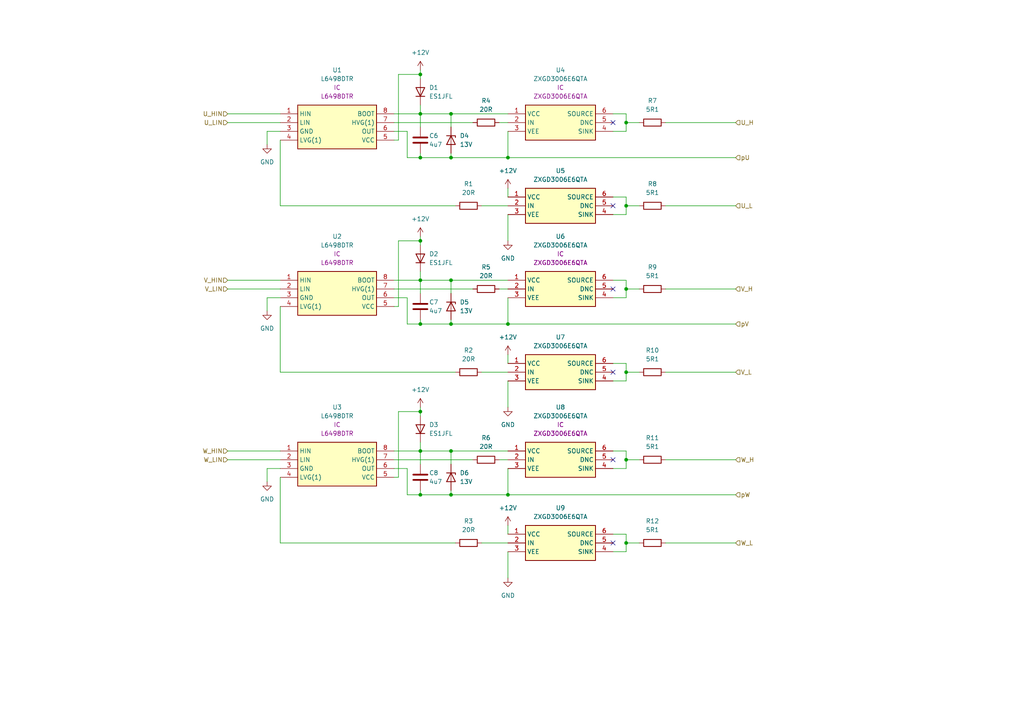
<source format=kicad_sch>
(kicad_sch (version 20211123) (generator eeschema)
  (paper "A4")
  (lib_symbols
    (symbol "Device:C" (pin_numbers hide) (pin_names (offset 0.254))
      (property "Reference" "C" (at 0.635 2.54 0))
      (property "Value" "C" (at 0.635 -2.54 0))
      (symbol "C_0_1"
        (polyline (pts (xy -2.032 -0.762) (xy 2.032 -0.762)) (stroke (width 0.508)))
        (polyline (pts (xy -2.032 0.762) (xy 2.032 0.762)) (stroke (width 0.508)))
      )
      (symbol "C_1_1"
        (pin passive line (at 0 3.81 270) (length 2.794) (name "~") (number "1"))
        (pin passive line (at 0 -3.81 90) (length 2.794) (name "~") (number "2"))
      )
    )
    (symbol "Device:D" (pin_numbers hide) (pin_names (offset 1.016) hide)
      (property "Reference" "D" (at 0 2.54 0))
      (property "Value" "D" (at 0 -2.54 0))
      (symbol "D_0_1"
        (polyline (pts (xy -1.27 1.27) (xy -1.27 -1.27)) (stroke (width 0.254)))
        (polyline (pts (xy 1.27 0) (xy -1.27 0)))
        (polyline (pts (xy 1.27 1.27) (xy 1.27 -1.27) (xy -1.27 0) (xy 1.27 1.27)) (stroke (width 0.254)))
      )
      (symbol "D_1_1"
        (pin passive line (at -3.81 0 0) (length 2.54) (name "K") (number "1"))
        (pin passive line (at 3.81 0 180) (length 2.54) (name "A") (number "2"))
      )
    )
    (symbol "Device:D_Zener" (pin_numbers hide) (pin_names (offset 1.016) hide)
      (property "Reference" "D" (at 0 2.54 0))
      (property "Value" "D_Zener" (at 0 -2.54 0))
      (symbol "D_Zener_0_1"
        (polyline (pts (xy 1.27 0) (xy -1.27 0)))
        (polyline (pts (xy -1.27 -1.27) (xy -1.27 1.27) (xy -0.762 1.27)) (stroke (width 0.254)))
        (polyline (pts (xy 1.27 -1.27) (xy 1.27 1.27) (xy -1.27 0) (xy 1.27 -1.27)) (stroke (width 0.254)))
      )
      (symbol "D_Zener_1_1"
        (pin passive line (at -3.81 0 0) (length 2.54) (name "K") (number "1"))
        (pin passive line (at 3.81 0 180) (length 2.54) (name "A") (number "2"))
      )
    )
    (symbol "Device:R" (pin_numbers hide) (pin_names (offset 0))
      (property "Reference" "R" (at 2.032 0 90))
      (property "Value" "R" (at 0 0 90))
      (symbol "R_0_1"
        (rectangle (start -1.016 -2.54) (end 1.016 2.54) (stroke (width 0.254)))
      )
      (symbol "R_1_1"
        (pin passive line (at 0 3.81 270) (length 1.27) (name "~") (number "1"))
        (pin passive line (at 0 -3.81 90) (length 1.27) (name "~") (number "2"))
      )
    )
    (symbol "MA_General:L6498DTR"
      (property "Value" "L6498DTR" (at 0 0 0))
      (property "Reference_1" "IC" (at 29.21 7.62 0))
      (property "Value_1" "L6498DTR" (at 29.21 5.08 0))
      (symbol "L6498DTR_1_1"
        (rectangle (start 5.08 2.54) (end 27.94 -10.16) (stroke (width 0.254)) (fill (type background)))
        (pin passive line (at 0 0 0) (length 5.08) (name "HIN") (number "1"))
        (pin passive line (at 0 -2.54 0) (length 5.08) (name "LIN") (number "2"))
        (pin passive line (at 0 -5.08 0) (length 5.08) (name "GND") (number "3"))
        (pin passive line (at 0 -7.62 0) (length 5.08) (name "LVG(1)") (number "4"))
        (pin passive line (at 33.02 -7.62 180) (length 5.08) (name "VCC") (number "5"))
        (pin passive line (at 33.02 -5.08 180) (length 5.08) (name "OUT") (number "6"))
        (pin passive line (at 33.02 -2.54 180) (length 5.08) (name "HVG(1)") (number "7"))
        (pin passive line (at 33.02 0 180) (length 5.08) (name "BOOT") (number "8"))
      )
    )
    (symbol "MA_General:ZXGD3006E6QTA"
      (property "Value" "ZXGD3006E6QTA" (at 0 0 0))
      (property "Reference_1" "IC" (at 26.67 7.62 0))
      (property "Value_1" "ZXGD3006E6QTA" (at 26.67 5.08 0))
      (symbol "ZXGD3006E6QTA_1_1"
        (rectangle (start 5.08 2.54) (end 25.4 -7.62) (stroke (width 0.254)) (fill (type background)))
        (pin passive line (at 0 0 0) (length 5.08) (name "VCC") (number "1"))
        (pin passive line (at 0 -2.54 0) (length 5.08) (name "IN") (number "2"))
        (pin passive line (at 0 -5.08 0) (length 5.08) (name "VEE") (number "3"))
        (pin passive line (at 30.48 -5.08 180) (length 5.08) (name "SINK") (number "4"))
        (pin passive line (at 30.48 -2.54 180) (length 5.08) (name "DNC") (number "5"))
        (pin passive line (at 30.48 0 180) (length 5.08) (name "SOURCE") (number "6"))
      )
    )
    (symbol "power:+12V" (power) (pin_names (offset 0))
      (property "Value" "+12V" (at 0 3.556 0))
      (symbol "+12V_0_1"
        (polyline (pts (xy -0.762 1.27) (xy 0 2.54)))
        (polyline (pts (xy 0 0) (xy 0 2.54)))
        (polyline (pts (xy 0 2.54) (xy 0.762 1.27)))
      )
      (symbol "+12V_1_1"
        (pin power_in line (at 0 0 90) (length 0) hide (name "+12V") (number "1"))
      )
    )
    (symbol "power:GND" (power) (pin_names (offset 0))
      (property "Value" "GND" (at 0 -3.81 0))
      (symbol "GND_0_1"
        (polyline (pts (xy 0 0) (xy 0 -1.27) (xy 1.27 -1.27) (xy 0 -2.54) (xy -1.27 -1.27) (xy 0 -1.27)))
      )
      (symbol "GND_1_1"
        (pin power_in line (at 0 0 270) (length 0) hide (name "GND") (number "1"))
      )
    )
  )
  (junction (at 147.32 93.98))
  (junction (at 130.81 81.28))
  (junction (at 181.61 133.35))
  (junction (at 121.92 81.28))
  (junction (at 121.92 45.72))
  (junction (at 130.81 93.98))
  (junction (at 130.81 45.72))
  (junction (at 181.61 107.95))
  (junction (at 181.61 59.69))
  (junction (at 181.61 157.48))
  (junction (at 121.92 21.59))
  (junction (at 121.92 33.02))
  (junction (at 121.92 93.98))
  (junction (at 121.92 143.51))
  (junction (at 130.81 130.81))
  (junction (at 147.32 143.51))
  (junction (at 130.81 143.51))
  (junction (at 121.92 119.38))
  (junction (at 130.81 33.02))
  (junction (at 121.92 130.81))
  (junction (at 147.32 45.72))
  (junction (at 121.92 69.85))
  (junction (at 181.61 83.82))
  (junction (at 181.61 35.56))
  (no_connect (at 177.8 157.48))
  (no_connect (at 177.8 35.56))
  (no_connect (at 177.8 133.35))
  (no_connect (at 177.8 59.69))
  (no_connect (at 177.8 83.82))
  (no_connect (at 177.8 107.95))
  (wire (pts (xy 185.42 83.82) (xy 181.61 83.82)))
  (wire (pts (xy 147.32 38.1) (xy 147.32 45.72)))
  (wire (pts (xy 121.92 69.85) (xy 121.92 71.12)))
  (wire (pts (xy 147.32 143.51) (xy 213.36 143.51)))
  (wire (pts (xy 115.57 21.59) (xy 121.92 21.59)))
  (wire (pts (xy 130.81 143.51) (xy 147.32 143.51)))
  (wire (pts (xy 130.81 33.02) (xy 130.81 36.83)))
  (wire (pts (xy 139.7 59.69) (xy 147.32 59.69)))
  (wire (pts (xy 115.57 88.9) (xy 115.57 69.85)))
  (wire (pts (xy 193.04 107.95) (xy 213.36 107.95)))
  (wire (pts (xy 177.8 57.15) (xy 181.61 57.15)))
  (wire (pts (xy 177.8 135.89) (xy 181.61 135.89)))
  (wire (pts (xy 121.92 143.51) (xy 130.81 143.51)))
  (wire (pts (xy 114.3 130.81) (xy 121.92 130.81)))
  (wire (pts (xy 81.28 135.89) (xy 77.47 135.89)))
  (wire (pts (xy 114.3 86.36) (xy 118.11 86.36)))
  (wire (pts (xy 118.11 86.36) (xy 118.11 93.98)))
  (wire (pts (xy 114.3 33.02) (xy 121.92 33.02)))
  (wire (pts (xy 66.04 83.82) (xy 81.28 83.82)))
  (wire (pts (xy 132.08 107.95) (xy 81.28 107.95)))
  (wire (pts (xy 114.3 35.56) (xy 137.16 35.56)))
  (wire (pts (xy 181.61 107.95) (xy 181.61 105.41)))
  (wire (pts (xy 147.32 45.72) (xy 213.36 45.72)))
  (wire (pts (xy 193.04 157.48) (xy 213.36 157.48)))
  (wire (pts (xy 147.32 93.98) (xy 213.36 93.98)))
  (wire (pts (xy 147.32 62.23) (xy 147.32 69.85)))
  (wire (pts (xy 177.8 154.94) (xy 181.61 154.94)))
  (wire (pts (xy 185.42 107.95) (xy 181.61 107.95)))
  (wire (pts (xy 130.81 93.98) (xy 147.32 93.98)))
  (wire (pts (xy 81.28 86.36) (xy 77.47 86.36)))
  (wire (pts (xy 185.42 35.56) (xy 181.61 35.56)))
  (wire (pts (xy 181.61 133.35) (xy 181.61 130.81)))
  (wire (pts (xy 121.92 130.81) (xy 121.92 134.62)))
  (wire (pts (xy 121.92 21.59) (xy 121.92 22.86)))
  (wire (pts (xy 114.3 135.89) (xy 118.11 135.89)))
  (wire (pts (xy 130.81 92.71) (xy 130.81 93.98)))
  (wire (pts (xy 81.28 107.95) (xy 81.28 88.9)))
  (wire (pts (xy 193.04 83.82) (xy 213.36 83.82)))
  (wire (pts (xy 114.3 138.43) (xy 115.57 138.43)))
  (wire (pts (xy 193.04 133.35) (xy 213.36 133.35)))
  (wire (pts (xy 181.61 62.23) (xy 181.61 59.69)))
  (wire (pts (xy 185.42 157.48) (xy 181.61 157.48)))
  (wire (pts (xy 139.7 107.95) (xy 147.32 107.95)))
  (wire (pts (xy 115.57 138.43) (xy 115.57 119.38)))
  (wire (pts (xy 147.32 135.89) (xy 147.32 143.51)))
  (wire (pts (xy 181.61 135.89) (xy 181.61 133.35)))
  (wire (pts (xy 118.11 135.89) (xy 118.11 143.51)))
  (wire (pts (xy 118.11 38.1) (xy 118.11 45.72)))
  (wire (pts (xy 181.61 38.1) (xy 181.61 35.56)))
  (wire (pts (xy 177.8 130.81) (xy 181.61 130.81)))
  (wire (pts (xy 115.57 40.64) (xy 115.57 21.59)))
  (wire (pts (xy 121.92 93.98) (xy 130.81 93.98)))
  (wire (pts (xy 114.3 88.9) (xy 115.57 88.9)))
  (wire (pts (xy 121.92 81.28) (xy 130.81 81.28)))
  (wire (pts (xy 77.47 135.89) (xy 77.47 139.7)))
  (wire (pts (xy 130.81 33.02) (xy 147.32 33.02)))
  (wire (pts (xy 130.81 44.45) (xy 130.81 45.72)))
  (wire (pts (xy 81.28 59.69) (xy 81.28 40.64)))
  (wire (pts (xy 144.78 83.82) (xy 147.32 83.82)))
  (wire (pts (xy 177.8 110.49) (xy 181.61 110.49)))
  (wire (pts (xy 147.32 160.02) (xy 147.32 167.64)))
  (wire (pts (xy 130.81 81.28) (xy 147.32 81.28)))
  (wire (pts (xy 177.8 160.02) (xy 181.61 160.02)))
  (wire (pts (xy 181.61 157.48) (xy 181.61 154.94)))
  (wire (pts (xy 193.04 35.56) (xy 213.36 35.56)))
  (wire (pts (xy 147.32 86.36) (xy 147.32 93.98)))
  (wire (pts (xy 144.78 133.35) (xy 147.32 133.35)))
  (wire (pts (xy 181.61 110.49) (xy 181.61 107.95)))
  (wire (pts (xy 181.61 83.82) (xy 181.61 81.28)))
  (wire (pts (xy 121.92 81.28) (xy 121.92 85.09)))
  (wire (pts (xy 118.11 45.72) (xy 121.92 45.72)))
  (wire (pts (xy 139.7 157.48) (xy 147.32 157.48)))
  (wire (pts (xy 114.3 83.82) (xy 137.16 83.82)))
  (wire (pts (xy 121.92 33.02) (xy 130.81 33.02)))
  (wire (pts (xy 177.8 38.1) (xy 181.61 38.1)))
  (wire (pts (xy 177.8 86.36) (xy 181.61 86.36)))
  (wire (pts (xy 177.8 33.02) (xy 181.61 33.02)))
  (wire (pts (xy 132.08 59.69) (xy 81.28 59.69)))
  (wire (pts (xy 193.04 59.69) (xy 213.36 59.69)))
  (wire (pts (xy 121.92 45.72) (xy 130.81 45.72)))
  (wire (pts (xy 81.28 38.1) (xy 77.47 38.1)))
  (wire (pts (xy 147.32 102.87) (xy 147.32 105.41)))
  (wire (pts (xy 132.08 157.48) (xy 81.28 157.48)))
  (wire (pts (xy 121.92 130.81) (xy 130.81 130.81)))
  (wire (pts (xy 114.3 133.35) (xy 137.16 133.35)))
  (wire (pts (xy 147.32 110.49) (xy 147.32 118.11)))
  (wire (pts (xy 114.3 40.64) (xy 115.57 40.64)))
  (wire (pts (xy 121.92 44.45) (xy 121.92 45.72)))
  (wire (pts (xy 177.8 62.23) (xy 181.61 62.23)))
  (wire (pts (xy 115.57 69.85) (xy 121.92 69.85)))
  (wire (pts (xy 81.28 157.48) (xy 81.28 138.43)))
  (wire (pts (xy 130.81 45.72) (xy 147.32 45.72)))
  (wire (pts (xy 181.61 160.02) (xy 181.61 157.48)))
  (wire (pts (xy 66.04 133.35) (xy 81.28 133.35)))
  (wire (pts (xy 121.92 92.71) (xy 121.92 93.98)))
  (wire (pts (xy 121.92 142.24) (xy 121.92 143.51)))
  (wire (pts (xy 147.32 152.4) (xy 147.32 154.94)))
  (wire (pts (xy 181.61 86.36) (xy 181.61 83.82)))
  (wire (pts (xy 118.11 93.98) (xy 121.92 93.98)))
  (wire (pts (xy 130.81 130.81) (xy 147.32 130.81)))
  (wire (pts (xy 77.47 38.1) (xy 77.47 41.91)))
  (wire (pts (xy 121.92 119.38) (xy 121.92 120.65)))
  (wire (pts (xy 114.3 81.28) (xy 121.92 81.28)))
  (wire (pts (xy 66.04 33.02) (xy 81.28 33.02)))
  (wire (pts (xy 121.92 33.02) (xy 121.92 36.83)))
  (wire (pts (xy 77.47 86.36) (xy 77.47 90.17)))
  (wire (pts (xy 181.61 35.56) (xy 181.61 33.02)))
  (wire (pts (xy 66.04 130.81) (xy 81.28 130.81)))
  (wire (pts (xy 185.42 133.35) (xy 181.61 133.35)))
  (wire (pts (xy 130.81 81.28) (xy 130.81 85.09)))
  (wire (pts (xy 147.32 54.61) (xy 147.32 57.15)))
  (wire (pts (xy 185.42 59.69) (xy 181.61 59.69)))
  (wire (pts (xy 114.3 38.1) (xy 118.11 38.1)))
  (wire (pts (xy 118.11 143.51) (xy 121.92 143.51)))
  (wire (pts (xy 121.92 118.11) (xy 121.92 119.38)))
  (wire (pts (xy 66.04 81.28) (xy 81.28 81.28)))
  (wire (pts (xy 144.78 35.56) (xy 147.32 35.56)))
  (wire (pts (xy 121.92 20.32) (xy 121.92 21.59)))
  (wire (pts (xy 130.81 142.24) (xy 130.81 143.51)))
  (wire (pts (xy 121.92 128.27) (xy 121.92 130.81)))
  (wire (pts (xy 66.04 35.56) (xy 81.28 35.56)))
  (wire (pts (xy 177.8 81.28) (xy 181.61 81.28)))
  (wire (pts (xy 181.61 59.69) (xy 181.61 57.15)))
  (wire (pts (xy 177.8 105.41) (xy 181.61 105.41)))
  (wire (pts (xy 121.92 30.48) (xy 121.92 33.02)))
  (wire (pts (xy 130.81 130.81) (xy 130.81 134.62)))
  (wire (pts (xy 121.92 78.74) (xy 121.92 81.28)))
  (wire (pts (xy 115.57 119.38) (xy 121.92 119.38)))
  (wire (pts (xy 121.92 68.58) (xy 121.92 69.85)))
  (hierarchical_label "pU" (shape input) (at 213.36 45.72 0))
  (hierarchical_label "W_H" (shape input) (at 213.36 133.35 0))
  (hierarchical_label "W_L" (shape input) (at 213.36 157.48 0))
  (hierarchical_label "pV" (shape input) (at 213.36 93.98 0))
  (hierarchical_label "V_HIN" (shape input) (at 66.04 81.28 180))
  (hierarchical_label "pW" (shape input) (at 213.36 143.51 0))
  (hierarchical_label "V_LIN" (shape input) (at 66.04 83.82 180))
  (hierarchical_label "V_L" (shape input) (at 213.36 107.95 0))
  (hierarchical_label "V_H" (shape input) (at 213.36 83.82 0))
  (hierarchical_label "W_HIN" (shape input) (at 66.04 130.81 180))
  (hierarchical_label "U_H" (shape input) (at 213.36 35.56 0))
  (hierarchical_label "U_HIN" (shape input) (at 66.04 33.02 180))
  (hierarchical_label "W_LIN" (shape input) (at 66.04 133.35 180))
  (hierarchical_label "U_LIN" (shape input) (at 66.04 35.56 180))
  (hierarchical_label "U_L" (shape input) (at 213.36 59.69 0))
  (symbol (lib_id "Device:R") (at 140.97 133.35 90) (unit 1)
    (property "Reference" "R6" (at 140.97 127 90))
    (property "Value" "20R" (at 140.97 129.54 90))
    (property "Footprint" "Resistor_SMD:R_0603_1608Metric" (effects hide))
  )
  (symbol (lib_id "Device:C") (at 121.92 138.43 0) (unit 1)
    (property "Reference" "C8" (at 124.46 137.16 0) (effects (justify left)))
    (property "Value" "4u7" (at 124.46 139.7 0) (effects (justify left)))
    (property "Footprint" "Capacitor_SMD:C_0603_1608Metric" (effects hide))
  )
  (symbol (lib_id "Device:R") (at 189.23 59.69 90) (unit 1)
    (property "Reference" "R8" (at 189.23 53.34 90))
    (property "Value" "5R1" (at 189.23 55.88 90))
    (property "Footprint" "Resistor_SMD:R_0805_2012Metric" (effects hide))
  )
  (symbol (lib_id "power:+12V") (at 147.32 54.61 0) (unit 1)
    (property "Reference" "#PWR0115" (effects hide))
    (property "Value" "+12V" (at 147.32 49.53 0))
  )
  (symbol (lib_id "Device:R") (at 189.23 35.56 90) (unit 1)
    (property "Reference" "R7" (at 189.23 29.21 90))
    (property "Value" "5R1" (at 189.23 31.75 90))
    (property "Footprint" "Resistor_SMD:R_0805_2012Metric" (effects hide))
  )
  (symbol (lib_id "Device:R") (at 189.23 107.95 90) (unit 1)
    (property "Reference" "R10" (at 189.23 101.6 90))
    (property "Value" "5R1" (at 189.23 104.14 90))
    (property "Footprint" "Resistor_SMD:R_0805_2012Metric" (effects hide))
  )
  (symbol (lib_id "MA_General:ZXGD3006E6QTA") (at 147.32 81.28 0) (unit 1)
    (property "Reference" "U6" (at 162.56 68.58 0))
    (property "Value" "ZXGD3006E6QTA" (at 162.56 71.12 0))
    (property "Reference_1" "IC" (at 162.56 73.66 0))
    (property "Value_1" "ZXGD3006E6QTA" (at 162.56 76.2 0))
    (property "Footprint_1" "SOT95P285X140-6N" (effects hide))
    (property "Datasheet_1" "https://www.diodes.com/assets/Datasheets/ZXGD3006E6.pdf" (effects hide))
    (property "Height" "1.4" (effects hide))
    (property "Mouser Part Number" "621-ZXGD3006E6QTA" (effects hide))
    (property "Mouser Price/Stock" "https://www.mouser.co.uk/ProductDetail/Diodes-Incorporated/ZXGD3006E6QTA?qs=%252Bk6%2F5FB6qrkSqHfjmaZYTQ%3D%3D" (effects hide))
    (property "Manufacturer_Name" "Diodes Inc." (effects hide))
    (property "Manufacturer_Part_Number" "ZXGD3006E6QTA" (effects hide))
  )
  (symbol (lib_id "MA_General:ZXGD3006E6QTA") (at 147.32 33.02 0) (unit 1)
    (property "Reference" "U4" (at 162.56 20.32 0))
    (property "Value" "ZXGD3006E6QTA" (at 162.56 22.86 0))
    (property "Reference_1" "IC" (at 162.56 25.4 0))
    (property "Value_1" "ZXGD3006E6QTA" (at 162.56 27.94 0))
    (property "Footprint_1" "SOT95P285X140-6N" (effects hide))
    (property "Datasheet_1" "https://www.diodes.com/assets/Datasheets/ZXGD3006E6.pdf" (effects hide))
    (property "Height" "1.4" (effects hide))
    (property "Mouser Part Number" "621-ZXGD3006E6QTA" (effects hide))
    (property "Mouser Price/Stock" "https://www.mouser.co.uk/ProductDetail/Diodes-Incorporated/ZXGD3006E6QTA?qs=%252Bk6%2F5FB6qrkSqHfjmaZYTQ%3D%3D" (effects hide))
    (property "Manufacturer_Name" "Diodes Inc." (effects hide))
    (property "Manufacturer_Part_Number" "ZXGD3006E6QTA" (effects hide))
  )
  (symbol (lib_id "Device:D") (at 121.92 26.67 90) (unit 1)
    (property "Reference" "D1" (at 124.46 25.3999 90) (effects (justify right)))
    (property "Value" "ES1JFL" (at 124.46 27.9399 90) (effects (justify right)))
    (property "Footprint" "Diode_SMD:D_SOD-123F" (effects hide))
  )
  (symbol (lib_id "MA_General:ZXGD3006E6QTA") (at 147.32 105.41 0) (unit 1)
    (property "Reference" "U7" (at 162.56 97.79 0))
    (property "Value" "ZXGD3006E6QTA" (at 162.56 100.33 0))
    (property "Reference_1" "IC" (effects hide))
    (property "Value_1" "ZXGD3006E6QTA" (effects hide))
    (property "Footprint_1" "SOT95P285X140-6N" (effects hide))
    (property "Datasheet_1" "https://www.diodes.com/assets/Datasheets/ZXGD3006E6.pdf" (effects hide))
    (property "Height" "1.4" (effects hide))
    (property "Mouser Part Number" "621-ZXGD3006E6QTA" (effects hide))
    (property "Mouser Price/Stock" "https://www.mouser.co.uk/ProductDetail/Diodes-Incorporated/ZXGD3006E6QTA?qs=%252Bk6%2F5FB6qrkSqHfjmaZYTQ%3D%3D" (effects hide))
    (property "Manufacturer_Name" "Diodes Inc." (effects hide))
    (property "Manufacturer_Part_Number" "ZXGD3006E6QTA" (effects hide))
  )
  (symbol (lib_id "power:+12V") (at 147.32 152.4 0) (unit 1)
    (property "Reference" "#PWR0116" (effects hide))
    (property "Value" "+12V" (at 147.32 147.32 0))
  )
  (symbol (lib_id "Device:D_Zener") (at 130.81 40.64 270) (unit 1)
    (property "Reference" "D4" (at 133.35 39.3699 90) (effects (justify left)))
    (property "Value" "13V" (at 133.35 41.9099 90) (effects (justify left)))
    (property "Footprint" "Diode_SMD:D_SOD-523" (effects hide))
  )
  (symbol (lib_id "Device:R") (at 140.97 35.56 90) (unit 1)
    (property "Reference" "R4" (at 140.97 29.21 90))
    (property "Value" "20R" (at 140.97 31.75 90))
    (property "Footprint" "Resistor_SMD:R_0603_1608Metric" (effects hide))
  )
  (symbol (lib_id "MA_General:L6498DTR") (at 81.28 33.02 0) (unit 1)
    (property "Reference" "U1" (at 97.79 20.32 0))
    (property "Value" "L6498DTR" (at 97.79 22.86 0))
    (property "Reference_1" "IC" (at 97.79 25.4 0))
    (property "Value_1" "L6498DTR" (at 97.79 27.94 0))
    (property "Footprint_1" "SOT127P600X175-8N" (effects hide))
    (property "Datasheet_1" "https://componentsearchengine.com/Datasheets/1/L6498DTR.pdf" (effects hide))
    (property "Height" "1.75" (effects hide))
    (property "Mouser Part Number" "511-L6498DTR" (effects hide))
    (property "Mouser Price/Stock" "https://www.mouser.co.uk/ProductDetail/STMicroelectronics/L6498DTR?qs=1mbolxNpo8cBQ4gaQBVxYA%3D%3D" (effects hide))
    (property "Manufacturer_Name" "STMicroelectronics" (effects hide))
    (property "Manufacturer_Part_Number" "L6498DTR" (effects hide))
  )
  (symbol (lib_id "Device:R") (at 189.23 157.48 90) (unit 1)
    (property "Reference" "R12" (at 189.23 151.13 90))
    (property "Value" "5R1" (at 189.23 153.67 90))
    (property "Footprint" "Resistor_SMD:R_0805_2012Metric" (effects hide))
  )
  (symbol (lib_id "power:GND") (at 77.47 90.17 0) (unit 1)
    (property "Reference" "#PWR0110" (effects hide))
    (property "Value" "GND" (at 77.47 95.25 0))
  )
  (symbol (lib_id "power:GND") (at 147.32 118.11 0) (unit 1)
    (property "Reference" "#PWR0117" (effects hide))
    (property "Value" "GND" (at 147.32 123.19 0))
  )
  (symbol (lib_id "Device:R") (at 135.89 157.48 90) (unit 1)
    (property "Reference" "R3" (at 135.89 151.13 90))
    (property "Value" "20R" (at 135.89 153.67 90))
    (property "Footprint" "Resistor_SMD:R_0603_1608Metric" (effects hide))
  )
  (symbol (lib_id "Device:D_Zener") (at 130.81 138.43 270) (unit 1)
    (property "Reference" "D6" (at 133.35 137.1599 90) (effects (justify left)))
    (property "Value" "13V" (at 133.35 139.6999 90) (effects (justify left)))
    (property "Footprint" "Diode_SMD:D_SOD-523" (effects hide))
  )
  (symbol (lib_id "Device:D_Zener") (at 130.81 88.9 270) (unit 1)
    (property "Reference" "D5" (at 133.35 87.6299 90) (effects (justify left)))
    (property "Value" "13V" (at 133.35 90.1699 90) (effects (justify left)))
    (property "Footprint" "Diode_SMD:D_SOD-523" (effects hide))
  )
  (symbol (lib_id "power:GND") (at 147.32 69.85 0) (unit 1)
    (property "Reference" "#PWR0113" (effects hide))
    (property "Value" "GND" (at 147.32 74.93 0))
  )
  (symbol (lib_id "MA_General:L6498DTR") (at 81.28 81.28 0) (unit 1)
    (property "Reference" "U2" (at 97.79 68.58 0))
    (property "Value" "L6498DTR" (at 97.79 71.12 0))
    (property "Reference_1" "IC" (at 97.79 73.66 0))
    (property "Value_1" "L6498DTR" (at 97.79 76.2 0))
    (property "Footprint_1" "SOT127P600X175-8N" (effects hide))
    (property "Datasheet_1" "https://componentsearchengine.com/Datasheets/1/L6498DTR.pdf" (effects hide))
    (property "Height" "1.75" (effects hide))
    (property "Mouser Part Number" "511-L6498DTR" (effects hide))
    (property "Mouser Price/Stock" "https://www.mouser.co.uk/ProductDetail/STMicroelectronics/L6498DTR?qs=1mbolxNpo8cBQ4gaQBVxYA%3D%3D" (effects hide))
    (property "Manufacturer_Name" "STMicroelectronics" (effects hide))
    (property "Manufacturer_Part_Number" "L6498DTR" (effects hide))
  )
  (symbol (lib_id "MA_General:ZXGD3006E6QTA") (at 147.32 154.94 0) (unit 1)
    (property "Reference" "U9" (at 162.56 147.32 0))
    (property "Value" "ZXGD3006E6QTA" (at 162.56 149.86 0))
    (property "Reference_1" "IC" (effects hide))
    (property "Value_1" "ZXGD3006E6QTA" (effects hide))
    (property "Footprint_1" "SOT95P285X140-6N" (effects hide))
    (property "Datasheet_1" "https://www.diodes.com/assets/Datasheets/ZXGD3006E6.pdf" (effects hide))
    (property "Height" "1.4" (effects hide))
    (property "Mouser Part Number" "621-ZXGD3006E6QTA" (effects hide))
    (property "Mouser Price/Stock" "https://www.mouser.co.uk/ProductDetail/Diodes-Incorporated/ZXGD3006E6QTA?qs=%252Bk6%2F5FB6qrkSqHfjmaZYTQ%3D%3D" (effects hide))
    (property "Manufacturer_Name" "Diodes Inc." (effects hide))
    (property "Manufacturer_Part_Number" "ZXGD3006E6QTA" (effects hide))
  )
  (symbol (lib_id "power:+12V") (at 121.92 68.58 0) (unit 1)
    (property "Reference" "#PWR0114" (effects hide))
    (property "Value" "+12V" (at 121.92 63.5 0))
  )
  (symbol (lib_id "Device:R") (at 135.89 59.69 90) (unit 1)
    (property "Reference" "R1" (at 135.89 53.34 90))
    (property "Value" "20R" (at 135.89 55.88 90))
    (property "Footprint" "Resistor_SMD:R_0603_1608Metric" (effects hide))
  )
  (symbol (lib_id "power:+12V") (at 121.92 20.32 0) (unit 1)
    (property "Reference" "#PWR0119" (effects hide))
    (property "Value" "+12V" (at 121.92 15.24 0))
  )
  (symbol (lib_id "Device:R") (at 189.23 133.35 90) (unit 1)
    (property "Reference" "R11" (at 189.23 127 90))
    (property "Value" "5R1" (at 189.23 129.54 90))
    (property "Footprint" "Resistor_SMD:R_0805_2012Metric" (effects hide))
  )
  (symbol (lib_id "Device:D") (at 121.92 74.93 90) (unit 1)
    (property "Reference" "D2" (at 124.46 73.6599 90) (effects (justify right)))
    (property "Value" "ES1JFL" (at 124.46 76.1999 90) (effects (justify right)))
    (property "Footprint" "Diode_SMD:D_SOD-123F" (effects hide))
  )
  (symbol (lib_id "Device:D") (at 121.92 124.46 90) (unit 1)
    (property "Reference" "D3" (at 124.46 123.1899 90) (effects (justify right)))
    (property "Value" "ES1JFL" (at 124.46 125.7299 90) (effects (justify right)))
    (property "Footprint" "Diode_SMD:D_SOD-123F" (effects hide))
  )
  (symbol (lib_id "power:+12V") (at 121.92 118.11 0) (unit 1)
    (property "Reference" "#PWR0111" (effects hide))
    (property "Value" "+12V" (at 121.92 113.03 0))
  )
  (symbol (lib_id "Device:C") (at 121.92 40.64 0) (unit 1)
    (property "Reference" "C6" (at 124.46 39.37 0) (effects (justify left)))
    (property "Value" "4u7" (at 124.46 41.91 0) (effects (justify left)))
    (property "Footprint" "Capacitor_SMD:C_0603_1608Metric" (effects hide))
  )
  (symbol (lib_id "Device:C") (at 121.92 88.9 0) (unit 1)
    (property "Reference" "C7" (at 124.46 87.63 0) (effects (justify left)))
    (property "Value" "4u7" (at 124.46 90.17 0) (effects (justify left)))
    (property "Footprint" "Capacitor_SMD:C_0603_1608Metric" (effects hide))
  )
  (symbol (lib_id "power:+12V") (at 147.32 102.87 0) (unit 1)
    (property "Reference" "#PWR0112" (effects hide))
    (property "Value" "+12V" (at 147.32 97.79 0))
  )
  (symbol (lib_id "MA_General:L6498DTR") (at 81.28 130.81 0) (unit 1)
    (property "Reference" "U3" (at 97.79 118.11 0))
    (property "Value" "L6498DTR" (at 97.79 120.65 0))
    (property "Reference_1" "IC" (at 97.79 123.19 0))
    (property "Value_1" "L6498DTR" (at 97.79 125.73 0))
    (property "Footprint_1" "SOT127P600X175-8N" (effects hide))
    (property "Datasheet_1" "https://componentsearchengine.com/Datasheets/1/L6498DTR.pdf" (effects hide))
    (property "Height" "1.75" (effects hide))
    (property "Mouser Part Number" "511-L6498DTR" (effects hide))
    (property "Mouser Price/Stock" "https://www.mouser.co.uk/ProductDetail/STMicroelectronics/L6498DTR?qs=1mbolxNpo8cBQ4gaQBVxYA%3D%3D" (effects hide))
    (property "Manufacturer_Name" "STMicroelectronics" (effects hide))
    (property "Manufacturer_Part_Number" "L6498DTR" (effects hide))
  )
  (symbol (lib_id "MA_General:ZXGD3006E6QTA") (at 147.32 57.15 0) (unit 1)
    (property "Reference" "U5" (at 162.56 49.53 0))
    (property "Value" "ZXGD3006E6QTA" (at 162.56 52.07 0))
    (property "Reference_1" "IC" (effects hide))
    (property "Value_1" "ZXGD3006E6QTA" (effects hide))
    (property "Footprint_1" "SOT95P285X140-6N" (effects hide))
    (property "Datasheet_1" "https://www.diodes.com/assets/Datasheets/ZXGD3006E6.pdf" (effects hide))
    (property "Height" "1.4" (effects hide))
    (property "Mouser Part Number" "621-ZXGD3006E6QTA" (effects hide))
    (property "Mouser Price/Stock" "https://www.mouser.co.uk/ProductDetail/Diodes-Incorporated/ZXGD3006E6QTA?qs=%252Bk6%2F5FB6qrkSqHfjmaZYTQ%3D%3D" (effects hide))
    (property "Manufacturer_Name" "Diodes Inc." (effects hide))
    (property "Manufacturer_Part_Number" "ZXGD3006E6QTA" (effects hide))
  )
  (symbol (lib_id "Device:R") (at 140.97 83.82 90) (unit 1)
    (property "Reference" "R5" (at 140.97 77.47 90))
    (property "Value" "20R" (at 140.97 80.01 90))
    (property "Footprint" "Resistor_SMD:R_0603_1608Metric" (effects hide))
  )
  (symbol (lib_id "power:GND") (at 77.47 139.7 0) (unit 1)
    (property "Reference" "#PWR0121" (effects hide))
    (property "Value" "GND" (at 77.47 144.78 0))
  )
  (symbol (lib_id "power:GND") (at 147.32 167.64 0) (unit 1)
    (property "Reference" "#PWR0120" (effects hide))
    (property "Value" "GND" (at 147.32 172.72 0))
  )
  (symbol (lib_id "power:GND") (at 77.47 41.91 0) (unit 1)
    (property "Reference" "#PWR0118" (effects hide))
    (property "Value" "GND" (at 77.47 46.99 0))
  )
  (symbol (lib_id "MA_General:ZXGD3006E6QTA") (at 147.32 130.81 0) (unit 1)
    (property "Reference" "U8" (at 162.56 118.11 0))
    (property "Value" "ZXGD3006E6QTA" (at 162.56 120.65 0))
    (property "Reference_1" "IC" (at 162.56 123.19 0))
    (property "Value_1" "ZXGD3006E6QTA" (at 162.56 125.73 0))
    (property "Footprint_1" "SOT95P285X140-6N" (effects hide))
    (property "Datasheet_1" "https://www.diodes.com/assets/Datasheets/ZXGD3006E6.pdf" (effects hide))
    (property "Height" "1.4" (effects hide))
    (property "Mouser Part Number" "621-ZXGD3006E6QTA" (effects hide))
    (property "Mouser Price/Stock" "https://www.mouser.co.uk/ProductDetail/Diodes-Incorporated/ZXGD3006E6QTA?qs=%252Bk6%2F5FB6qrkSqHfjmaZYTQ%3D%3D" (effects hide))
    (property "Manufacturer_Name" "Diodes Inc." (effects hide))
    (property "Manufacturer_Part_Number" "ZXGD3006E6QTA" (effects hide))
  )
  (symbol (lib_id "Device:R") (at 135.89 107.95 90) (unit 1)
    (property "Reference" "R2" (at 135.89 101.6 90))
    (property "Value" "20R" (at 135.89 104.14 90))
    (property "Footprint" "Resistor_SMD:R_0603_1608Metric" (effects hide))
  )
  (symbol (lib_id "Device:R") (at 189.23 83.82 90) (unit 1)
    (property "Reference" "R9" (at 189.23 77.47 90))
    (property "Value" "5R1" (at 189.23 80.01 90))
    (property "Footprint" "Resistor_SMD:R_0805_2012Metric" (effects hide))
  )
)
</source>
